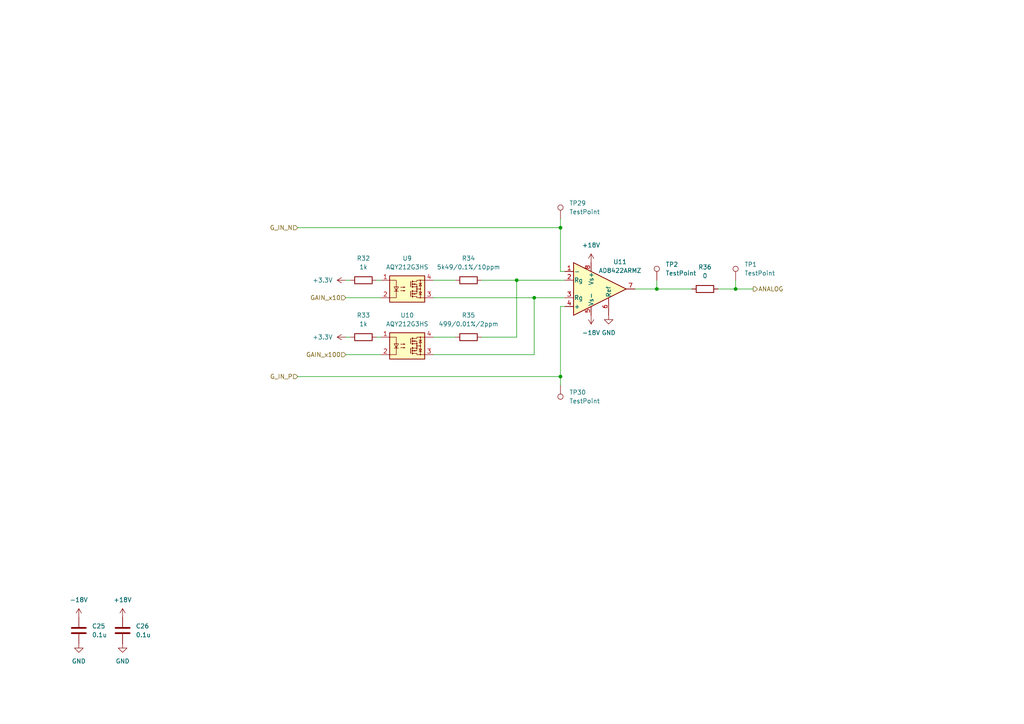
<source format=kicad_sch>
(kicad_sch (version 20250114) (generator "eeschema") (generator_version "9.0")
  (paper "A4")
  (lib_symbols
    (symbol "Amplifier_Instrumentation:AD8422" (pin_names (offset 0.127))
      (property "Reference" "U" (at 3.81 7.62 0))
      (property "Value" "AD8422" (at 3.81 5.08 0))
      (symbol "AD8422_0_1"
        (polyline (pts (xy -7.62 7.62) (xy -7.62 -7.62) (xy 7.62 0) (xy -7.62 7.62)) (stroke (width 0.254)) (fill (type background)))
      )
      (symbol "AD8422_1_1"
        (pin input line (at -10.16 5.08 0) (length 2.54) (name "-") (number "1"))
        (pin passive line (at -10.16 2.54 0) (length 2.54) (name "Rg") (number "2"))
        (pin passive line (at -10.16 -2.54 0) (length 2.54) (name "Rg") (number "3"))
        (pin input line (at -10.16 -5.08 0) (length 2.54) (name "+") (number "4"))
        (pin power_in line (at -2.54 7.62 270) (length 2.54) (name "Vs+") (number "8"))
        (pin power_in line (at -2.54 -7.62 90) (length 2.54) (name "Vs-") (number "5"))
        (pin passive line (at 2.54 -7.62 90) (length 5.08) (name "Ref") (number "6"))
        (pin output line (at 10.16 0 180) (length 2.54) (name "~") (number "7"))
      )
    )
    (symbol "Connector:TestPoint" (pin_numbers (hide yes)) (pin_names (offset 0.762) (hide yes))
      (property "Reference" "TP" (at 0 6.858 0))
      (property "Value" "TestPoint" (at 0 5.08 0))
      (symbol "TestPoint_0_1"
        (circle (center 0 3.302) (radius 0.762))
      )
      (symbol "TestPoint_1_1"
        (pin passive line (at 0 0 90) (length 2.54) (name "1") (number "1"))
      )
    )
    (symbol "Device:C" (pin_numbers (hide yes)) (pin_names (offset 0.254))
      (property "Reference" "C" (at 0.635 2.54 0))
      (property "Value" "C" (at 0.635 -2.54 0))
      (symbol "C_0_1"
        (polyline (pts (xy -2.032 0.762) (xy 2.032 0.762)) (stroke (width 0.508)))
        (polyline (pts (xy -2.032 -0.762) (xy 2.032 -0.762)) (stroke (width 0.508)))
      )
      (symbol "C_1_1"
        (pin passive line (at 0 3.81 270) (length 2.794) (name "~") (number "1"))
        (pin passive line (at 0 -3.81 90) (length 2.794) (name "~") (number "2"))
      )
    )
    (symbol "Device:R" (pin_numbers (hide yes)) (pin_names (offset 0))
      (property "Reference" "R" (at 2.032 0 90))
      (property "Value" "R" (at 0 0 90))
      (symbol "R_0_1"
        (rectangle (start -1.016 -2.54) (end 1.016 2.54) (stroke (width 0.254)))
      )
      (symbol "R_1_1"
        (pin passive line (at 0 3.81 270) (length 1.27) (name "~") (number "1"))
        (pin passive line (at 0 -3.81 90) (length 1.27) (name "~") (number "2"))
      )
    )
    (symbol "MADC_ARTY:+18V" (power) (pin_numbers (hide yes)) (pin_names (offset 0) (hide yes))
      (property "Value" "+18V" (at 0 3.556 0))
      (symbol "+18V_0_1"
        (polyline (pts (xy -0.762 1.27) (xy 0 2.54)))
        (polyline (pts (xy 0 2.54) (xy 0.762 1.27)))
        (polyline (pts (xy 0 0) (xy 0 2.54)))
      )
      (symbol "+18V_1_1"
        (pin power_in line (at 0 0 90) (length 0) (name "~") (number "1"))
      )
    )
    (symbol "MADC_ARTY:-18V" (power) (pin_numbers (hide yes)) (pin_names (offset 0) (hide yes))
      (property "Value" "-18V" (at 0 3.556 0))
      (symbol "-18V_0_1"
        (polyline (pts (xy -0.762 1.27) (xy 0 2.54)))
        (polyline (pts (xy 0 2.54) (xy 0.762 1.27)))
        (polyline (pts (xy 0 0) (xy 0 2.54)))
      )
      (symbol "-18V_1_1"
        (pin power_in line (at 0 0 90) (length 0) (name "~") (number "1"))
      )
    )
    (symbol "MADC_ARTY:AQY212G3HS"
      (property "Reference" "U" (at -5.08 5.08 0))
      (property "Value" "AQY212G3HS" (at 0 5.08 0))
      (symbol "AQY212G3HS_0_1"
        (rectangle (start -5.08 3.81) (end 5.08 -3.81) (stroke (width 0.254)) (fill (type background)))
        (polyline (pts (xy -5.08 2.54) (xy -3.175 2.54) (xy -3.175 -2.54) (xy -5.08 -2.54)))
        (polyline (pts (xy -3.81 -0.635) (xy -2.54 -0.635)))
        (polyline (pts (xy -3.175 -0.635) (xy -3.81 0.635) (xy -2.54 0.635) (xy -3.175 -0.635)))
        (polyline (pts (xy -1.905 0.508) (xy -0.635 0.508) (xy -1.016 0.381) (xy -1.016 0.635) (xy -0.635 0.508)))
        (polyline (pts (xy -1.905 -0.508) (xy -0.635 -0.508) (xy -1.016 -0.635) (xy -1.016 -0.381) (xy -0.635 -0.508)))
        (polyline (pts (xy 1.016 2.159) (xy 1.016 0.635)) (stroke (width 0.2032)))
        (polyline (pts (xy 1.016 -0.635) (xy 1.016 -2.159)) (stroke (width 0.2032)))
        (polyline (pts (xy 1.524 2.286) (xy 1.524 2.032) (xy 1.524 2.032)) (stroke (width 0.3556)))
        (polyline (pts (xy 1.524 1.524) (xy 1.524 1.27) (xy 1.524 1.27)) (stroke (width 0.3556)))
        (polyline (pts (xy 1.524 0.762) (xy 1.524 0.508) (xy 1.524 0.508)) (stroke (width 0.3556)))
        (polyline (pts (xy 1.524 -0.508) (xy 1.524 -0.762)) (stroke (width 0.3556)))
        (polyline (pts (xy 1.524 -1.27) (xy 1.524 -1.524) (xy 1.524 -1.524)) (stroke (width 0.3556)))
        (polyline (pts (xy 1.524 -2.032) (xy 1.524 -2.286) (xy 1.524 -2.286)) (stroke (width 0.3556)))
        (polyline (pts (xy 1.651 2.159) (xy 2.794 2.159) (xy 2.794 2.54) (xy 5.08 2.54)))
        (polyline (pts (xy 1.651 1.397) (xy 2.794 1.397) (xy 2.794 0.635)))
        (polyline (pts (xy 1.651 -0.635) (xy 2.794 -0.635) (xy 2.794 0.635) (xy 1.651 0.635)))
        (polyline (pts (xy 1.651 -1.397) (xy 2.794 -1.397) (xy 2.794 -0.635)))
        (polyline (pts (xy 1.651 -2.159) (xy 2.794 -2.159) (xy 2.794 -2.54) (xy 5.08 -2.54)))
        (polyline (pts (xy 1.778 1.397) (xy 2.286 1.524) (xy 2.286 1.27) (xy 1.778 1.397)))
        (polyline (pts (xy 1.778 -1.397) (xy 2.286 -1.27) (xy 2.286 -1.524) (xy 1.778 -1.397)))
        (circle (center 2.794 0.635) (radius 0.127))
        (polyline (pts (xy 2.794 0) (xy 3.81 0)))
        (circle (center 2.794 0) (radius 0.127))
        (circle (center 2.794 -0.635) (radius 0.127))
        (polyline (pts (xy 3.429 1.651) (xy 4.191 1.651)))
        (polyline (pts (xy 3.429 -1.651) (xy 4.191 -1.651)))
        (circle (center 3.81 2.54) (radius 0.127))
        (polyline (pts (xy 3.81 1.651) (xy 3.429 0.889) (xy 4.191 0.889) (xy 3.81 1.651)))
        (circle (center 3.81 0) (radius 0.127))
        (polyline (pts (xy 3.81 -1.651) (xy 3.429 -0.889) (xy 4.191 -0.889) (xy 3.81 -1.651)))
        (polyline (pts (xy 3.81 -2.54) (xy 3.81 2.54)))
        (circle (center 3.81 -2.54) (radius 0.127))
      )
      (symbol "AQY212G3HS_1_1"
        (pin passive line (at -7.62 2.54 0) (length 2.54) (name "~") (number "1"))
        (pin passive line (at -7.62 -2.54 0) (length 2.54) (name "~") (number "2"))
        (pin passive line (at 7.62 2.54 180) (length 2.54) (name "~") (number "4"))
        (pin passive line (at 7.62 -2.54 180) (length 2.54) (name "~") (number "3"))
      )
    )
    (symbol "power:+3.3V" (power) (pin_numbers (hide yes)) (pin_names (offset 0) (hide yes))
      (property "Value" "+3.3V" (at 0 3.556 0))
      (symbol "+3.3V_0_1"
        (polyline (pts (xy -0.762 1.27) (xy 0 2.54)))
        (polyline (pts (xy 0 2.54) (xy 0.762 1.27)))
        (polyline (pts (xy 0 0) (xy 0 2.54)))
      )
      (symbol "+3.3V_1_1"
        (pin power_in line (at 0 0 90) (length 0) (name "~") (number "1"))
      )
    )
    (symbol "power:GND" (power) (pin_numbers (hide yes)) (pin_names (offset 0) (hide yes))
      (property "Value" "GND" (at 0 -3.81 0))
      (symbol "GND_0_1"
        (polyline (pts (xy 0 0) (xy 0 -1.27) (xy 1.27 -1.27) (xy 0 -2.54) (xy -1.27 -1.27) (xy 0 -1.27)))
      )
      (symbol "GND_1_1"
        (pin power_in line (at 0 0 270) (length 0) (name "~") (number "1"))
      )
    )
  )
  (junction (at 162.56 109.22))
  (junction (at 154.94 86.36))
  (junction (at 190.5 83.82))
  (junction (at 149.86 81.28))
  (junction (at 162.56 66.04))
  (junction (at 213.36 83.82))
  (wire (pts (xy 125.73 102.87) (xy 154.94 102.87)))
  (wire (pts (xy 163.83 88.9) (xy 162.56 88.9)))
  (wire (pts (xy 125.73 86.36) (xy 154.94 86.36)))
  (wire (pts (xy 139.7 81.28) (xy 149.86 81.28)))
  (wire (pts (xy 109.22 81.28) (xy 110.49 81.28)))
  (wire (pts (xy 86.36 66.04) (xy 162.56 66.04)))
  (wire (pts (xy 149.86 97.79) (xy 149.86 81.28)))
  (wire (pts (xy 162.56 109.22) (xy 162.56 111.76)))
  (wire (pts (xy 190.5 81.28) (xy 190.5 83.82)))
  (wire (pts (xy 109.22 97.79) (xy 110.49 97.79)))
  (wire (pts (xy 213.36 83.82) (xy 218.44 83.82)))
  (wire (pts (xy 149.86 81.28) (xy 163.83 81.28)))
  (wire (pts (xy 184.15 83.82) (xy 190.5 83.82)))
  (wire (pts (xy 125.73 97.79) (xy 132.08 97.79)))
  (wire (pts (xy 100.33 97.79) (xy 101.6 97.79)))
  (wire (pts (xy 100.33 102.87) (xy 110.49 102.87)))
  (wire (pts (xy 163.83 78.74) (xy 162.56 78.74)))
  (wire (pts (xy 100.33 86.36) (xy 110.49 86.36)))
  (wire (pts (xy 208.28 83.82) (xy 213.36 83.82)))
  (wire (pts (xy 190.5 83.82) (xy 200.66 83.82)))
  (wire (pts (xy 125.73 81.28) (xy 132.08 81.28)))
  (wire (pts (xy 162.56 88.9) (xy 162.56 109.22)))
  (wire (pts (xy 154.94 102.87) (xy 154.94 86.36)))
  (wire (pts (xy 213.36 81.28) (xy 213.36 83.82)))
  (wire (pts (xy 162.56 63.5) (xy 162.56 66.04)))
  (wire (pts (xy 100.33 81.28) (xy 101.6 81.28)))
  (wire (pts (xy 154.94 86.36) (xy 163.83 86.36)))
  (wire (pts (xy 162.56 78.74) (xy 162.56 66.04)))
  (wire (pts (xy 139.7 97.79) (xy 149.86 97.79)))
  (wire (pts (xy 86.36 109.22) (xy 162.56 109.22)))
  (hierarchical_label "G_IN_N" (shape input) (at 86.36 66.04 180))
  (hierarchical_label "GAIN_x10" (shape input) (at 100.33 86.36 180))
  (hierarchical_label "G_IN_P" (shape input) (at 86.36 109.22 180))
  (hierarchical_label "ANALOG" (shape output) (at 218.44 83.82 0))
  (hierarchical_label "GAIN_x100" (shape input) (at 100.33 102.87 180))
  (symbol (lib_id "Device:R") (at 105.41 97.79 90) (unit 1)
    (property "Reference" "R33" (at 105.41 91.44 90))
    (property "Value" "1k" (at 105.41 93.98 90))
    (property "Footprint" "Resistor_SMD:R_0603_1608Metric" (effects (hide yes)))
    (property "Description" "Resistor" (effects (hide yes)))
  )
  (symbol (lib_id "Amplifier_Instrumentation:AD8422") (at 173.99 83.82 0) (unit 1)
    (property "Reference" "U11" (at 179.832 75.946 0))
    (property "Value" "AD8422ARMZ" (at 179.832 78.486 0))
    (property "Footprint" "Package_SO:SOIC-8_3.9x4.9mm_P1.27mm" (effects (hide yes)))
    (property "Datasheet" "https://www.analog.com/media/en/technical-documentation/data-sheets/AD8422.pdf" (effects (hide yes)))
    (property "Description" "Single High Performance, Low Power, Rail-to-Rail Precision Instrumentation Amplifier, SOIC-8/MSOP-8" (effects (hide yes)))
  )
  (symbol (lib_id "power:GND") (at 176.53 91.44 0) (unit 1)
    (property "Reference" "#PWR058" (effects (hide yes)))
    (property "Value" "GND" (at 176.53 96.52 0))
    (property "Description" "Power symbol creates a global label with name \"GND\" , ground" (effects (hide yes)))
  )
  (symbol (lib_id "MADC_ARTY:+18V") (at 35.56 179.07 0) (unit 1)
    (property "Reference" "#PWR052" (effects (hide yes)))
    (property "Value" "+18V" (at 35.56 173.99 0))
    (property "Description" "Power symbol creates a global label" (effects (hide yes)))
  )
  (symbol (lib_id "power:GND") (at 35.56 186.69 0) (unit 1)
    (property "Reference" "#PWR053" (effects (hide yes)))
    (property "Value" "GND" (at 35.56 191.77 0))
    (property "Description" "Power symbol creates a global label with name \"GND\" , ground" (effects (hide yes)))
  )
  (symbol (lib_id "MADC_ARTY:+18V") (at 171.45 76.2 0) (unit 1)
    (property "Reference" "#PWR056" (effects (hide yes)))
    (property "Value" "+18V" (at 171.45 71.12 0))
    (property "Description" "Power symbol creates a global label" (effects (hide yes)))
  )
  (symbol (lib_id "MADC_ARTY:-18V") (at 22.86 179.07 0) (unit 1)
    (property "Reference" "#PWR050" (effects (hide yes)))
    (property "Value" "-18V" (at 22.86 173.99 0))
    (property "Description" "Power symbol creates a global label" (effects (hide yes)))
  )
  (symbol (lib_id "power:+3.3V") (at 100.33 81.28 90) (unit 1)
    (property "Reference" "#PWR054" (effects (hide yes)))
    (property "Value" "+3.3V" (at 96.52 81.2799 90) (effects (justify left)))
    (property "Description" "Power symbol creates a global label with name \"+3.3V\"" (effects (hide yes)))
  )
  (symbol (lib_id "MADC_ARTY:AQY212G3HS") (at 118.11 100.33 0) (unit 1)
    (property "Reference" "U10" (at 118.11 91.44 0))
    (property "Value" "AQY212G3HS" (at 118.11 93.98 0))
    (property "Footprint" "Package_SO:SO-4_4.4x4.3mm_P2.54mm" (effects (hide yes)))
    (property "Datasheet" "https://www.mouser.com/catalog/specsheets/Panasonic_8-10-2023_Relay%20PhotoMOS%20(AQY21%20Series)%20060123.pdf" (effects (hide yes)))
    (property "Description" "Miniature SOP4-pin type with high capacity up to Max. 1.8A in the series" (effects (hide yes)))
  )
  (symbol (lib_id "Connector:TestPoint") (at 162.56 63.5 0) (unit 1)
    (property "Reference" "TP29" (at 165.1 58.9279 0) (effects (justify left)))
    (property "Value" "TestPoint" (at 165.1 61.4679 0) (effects (justify left)))
    (property "Description" "test point" (effects (hide yes)))
  )
  (symbol (lib_id "power:GND") (at 22.86 186.69 0) (unit 1)
    (property "Reference" "#PWR051" (effects (hide yes)))
    (property "Value" "GND" (at 22.86 191.77 0))
    (property "Description" "Power symbol creates a global label with name \"GND\" , ground" (effects (hide yes)))
  )
  (symbol (lib_id "Device:C") (at 22.86 182.88 0) (unit 1)
    (property "Reference" "C25" (at 26.67 181.6099 0) (effects (justify left)))
    (property "Value" "0.1u" (at 26.67 184.1499 0) (effects (justify left)))
    (property "Footprint" "Capacitor_SMD:C_0603_1608Metric" (effects (hide yes)))
    (property "Description" "Unpolarized capacitor" (effects (hide yes)))
  )
  (symbol (lib_id "Connector:TestPoint") (at 213.36 81.28 0) (unit 1)
    (property "Reference" "TP1" (at 215.9 76.7079 0) (effects (justify left)))
    (property "Value" "TestPoint" (at 215.9 79.2479 0) (effects (justify left)))
    (property "Description" "test point" (effects (hide yes)))
  )
  (symbol (lib_id "MADC_ARTY:-18V") (at 171.45 91.44 180) (unit 1)
    (property "Reference" "#PWR057" (effects (hide yes)))
    (property "Value" "-18V" (at 171.45 96.52 0))
    (property "Description" "Power symbol creates a global label" (effects (hide yes)))
  )
  (symbol (lib_id "Device:R") (at 204.47 83.82 90) (unit 1)
    (property "Reference" "R36" (at 204.47 77.47 90))
    (property "Value" "0" (at 204.47 80.01 90))
    (property "Footprint" "Resistor_SMD:R_0603_1608Metric" (effects (hide yes)))
    (property "Description" "Resistor" (effects (hide yes)))
  )
  (symbol (lib_id "MADC_ARTY:AQY212G3HS") (at 118.11 83.82 0) (unit 1)
    (property "Reference" "U9" (at 118.11 74.93 0))
    (property "Value" "AQY212G3HS" (at 118.11 77.47 0))
    (property "Footprint" "Package_SO:SO-4_4.4x4.3mm_P2.54mm" (effects (hide yes)))
    (property "Datasheet" "https://www.mouser.com/catalog/specsheets/Panasonic_8-10-2023_Relay%20PhotoMOS%20(AQY21%20Series)%20060123.pdf" (effects (hide yes)))
    (property "Description" "Miniature SOP4-pin type with high capacity up to Max. 1.8A in the series" (effects (hide yes)))
  )
  (symbol (lib_id "Device:C") (at 35.56 182.88 0) (unit 1)
    (property "Reference" "C26" (at 39.37 181.6099 0) (effects (justify left)))
    (property "Value" "0.1u" (at 39.37 184.1499 0) (effects (justify left)))
    (property "Footprint" "Capacitor_SMD:C_0603_1608Metric" (effects (hide yes)))
    (property "Description" "Unpolarized capacitor" (effects (hide yes)))
  )
  (symbol (lib_id "power:+3.3V") (at 100.33 97.79 90) (unit 1)
    (property "Reference" "#PWR055" (effects (hide yes)))
    (property "Value" "+3.3V" (at 96.52 97.7899 90) (effects (justify left)))
    (property "Description" "Power symbol creates a global label with name \"+3.3V\"" (effects (hide yes)))
  )
  (symbol (lib_id "Device:R") (at 135.89 97.79 90) (unit 1)
    (property "Reference" "R35" (at 135.89 91.44 90))
    (property "Value" "499/0.01%/2ppm" (at 135.89 93.98 90))
    (property "Footprint" "Resistor_SMD:R_0603_1608Metric" (effects (hide yes)))
    (property "Description" "Resistor" (effects (hide yes)))
  )
  (symbol (lib_id "Device:R") (at 135.89 81.28 90) (unit 1)
    (property "Reference" "R34" (at 135.89 74.93 90))
    (property "Value" "5k49/0.1%/10ppm" (at 135.89 77.47 90))
    (property "Footprint" "Resistor_SMD:R_0603_1608Metric" (effects (hide yes)))
    (property "Description" "Resistor" (effects (hide yes)))
  )
  (symbol (lib_id "Connector:TestPoint") (at 162.56 111.76 180) (unit 1)
    (property "Reference" "TP30" (at 165.1 113.7919 0) (effects (justify right)))
    (property "Value" "TestPoint" (at 165.1 116.3319 0) (effects (justify right)))
    (property "Description" "test point" (effects (hide yes)))
  )
  (symbol (lib_id "Device:R") (at 105.41 81.28 90) (unit 1)
    (property "Reference" "R32" (at 105.41 74.93 90))
    (property "Value" "1k" (at 105.41 77.47 90))
    (property "Footprint" "Resistor_SMD:R_0603_1608Metric" (effects (hide yes)))
    (property "Description" "Resistor" (effects (hide yes)))
  )
  (symbol (lib_id "Connector:TestPoint") (at 190.5 81.28 0) (unit 1)
    (property "Reference" "TP2" (at 193.04 76.7079 0) (effects (justify left)))
    (property "Value" "TestPoint" (at 193.04 79.2479 0) (effects (justify left)))
    (property "Description" "test point" (effects (hide yes)))
  )
)
</source>
